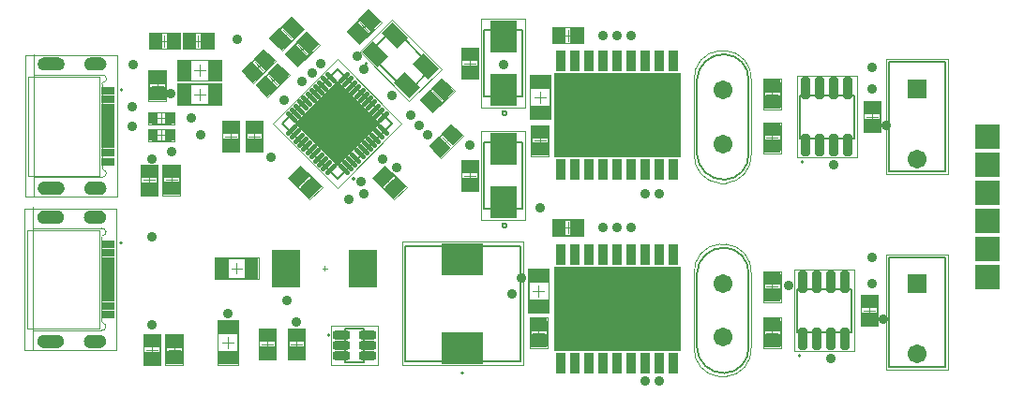
<source format=gts>
G04*
G04 #@! TF.GenerationSoftware,Altium Limited,Altium Designer,22.1.2 (22)*
G04*
G04 Layer_Color=8388736*
%FSLAX44Y44*%
%MOMM*%
G71*
G04*
G04 #@! TF.SameCoordinates,D73D9505-6E86-4879-9EB9-392C4F9F1875*
G04*
G04*
G04 #@! TF.FilePolarity,Negative*
G04*
G01*
G75*
%ADD10C,0.2000*%
%ADD11C,0.1270*%
%ADD13C,0.0000*%
%ADD14C,0.0500*%
%ADD16C,0.1000*%
%ADD37P,7.6413X4X180.0*%
G04:AMPARAMS|DCode=38|XSize=1.2132mm|YSize=0.4632mm|CornerRadius=0.1341mm|HoleSize=0mm|Usage=FLASHONLY|Rotation=135.000|XOffset=0mm|YOffset=0mm|HoleType=Round|Shape=RoundedRectangle|*
%AMROUNDEDRECTD38*
21,1,1.2132,0.1950,0,0,135.0*
21,1,0.9450,0.4632,0,0,135.0*
1,1,0.2682,-0.2652,0.4031*
1,1,0.2682,0.4031,-0.2652*
1,1,0.2682,0.2652,-0.4031*
1,1,0.2682,-0.4031,0.2652*
%
%ADD38ROUNDEDRECTD38*%
G04:AMPARAMS|DCode=39|XSize=0.4632mm|YSize=1.2132mm|CornerRadius=0.1341mm|HoleSize=0mm|Usage=FLASHONLY|Rotation=135.000|XOffset=0mm|YOffset=0mm|HoleType=Round|Shape=RoundedRectangle|*
%AMROUNDEDRECTD39*
21,1,0.4632,0.9450,0,0,135.0*
21,1,0.1950,1.2132,0,0,135.0*
1,1,0.2682,0.2652,0.4031*
1,1,0.2682,0.4031,0.2652*
1,1,0.2682,-0.2652,-0.4031*
1,1,0.2682,-0.4031,-0.2652*
%
%ADD39ROUNDEDRECTD39*%
G04:AMPARAMS|DCode=40|XSize=1.6032mm|YSize=1.3032mm|CornerRadius=0mm|HoleSize=0mm|Usage=FLASHONLY|Rotation=315.000|XOffset=0mm|YOffset=0mm|HoleType=Round|Shape=Rectangle|*
%AMROTATEDRECTD40*
4,1,4,-1.0276,0.1061,-0.1061,1.0276,1.0276,-0.1061,0.1061,-1.0276,-1.0276,0.1061,0.0*
%
%ADD40ROTATEDRECTD40*%

%ADD41R,1.3032X0.8032*%
%ADD42R,1.3032X0.5032*%
%ADD43R,1.2032X1.5032*%
%ADD44R,1.5032X1.2032*%
G04:AMPARAMS|DCode=45|XSize=1.9532mm|YSize=0.7932mm|CornerRadius=0.1754mm|HoleSize=0mm|Usage=FLASHONLY|Rotation=90.000|XOffset=0mm|YOffset=0mm|HoleType=Round|Shape=RoundedRectangle|*
%AMROUNDEDRECTD45*
21,1,1.9532,0.4425,0,0,90.0*
21,1,1.6025,0.7932,0,0,90.0*
1,1,0.3507,0.2213,0.8012*
1,1,0.3507,0.2213,-0.8012*
1,1,0.3507,-0.2213,-0.8012*
1,1,0.3507,-0.2213,0.8012*
%
%ADD45ROUNDEDRECTD45*%
%ADD46R,1.6032X1.3032*%
%ADD47R,1.9032X1.3032*%
%ADD48R,0.9652X1.9812*%
%ADD49R,2.4032X3.0032*%
G04:AMPARAMS|DCode=50|XSize=1.5032mm|YSize=1.2032mm|CornerRadius=0mm|HoleSize=0mm|Usage=FLASHONLY|Rotation=135.000|XOffset=0mm|YOffset=0mm|HoleType=Round|Shape=Rectangle|*
%AMROTATEDRECTD50*
4,1,4,0.9569,-0.1061,0.1061,-0.9569,-0.9569,0.1061,-0.1061,0.9569,0.9569,-0.1061,0.0*
%
%ADD50ROTATEDRECTD50*%

G04:AMPARAMS|DCode=51|XSize=1.6032mm|YSize=1.3032mm|CornerRadius=0mm|HoleSize=0mm|Usage=FLASHONLY|Rotation=225.000|XOffset=0mm|YOffset=0mm|HoleType=Round|Shape=Rectangle|*
%AMROTATEDRECTD51*
4,1,4,0.1061,1.0276,1.0276,0.1061,-0.1061,-1.0276,-1.0276,-0.1061,0.1061,1.0276,0.0*
%
%ADD51ROTATEDRECTD51*%

G04:AMPARAMS|DCode=52|XSize=1.4032mm|YSize=2.0032mm|CornerRadius=0mm|HoleSize=0mm|Usage=FLASHONLY|Rotation=45.000|XOffset=0mm|YOffset=0mm|HoleType=Round|Shape=Rectangle|*
%AMROTATEDRECTD52*
4,1,4,0.2121,-1.2044,-1.2044,0.2121,-0.2121,1.2044,1.2044,-0.2121,0.2121,-1.2044,0.0*
%
%ADD52ROTATEDRECTD52*%

%ADD53R,1.3032X1.9032*%
%ADD54R,0.9032X1.1032*%
%ADD55R,3.8032X2.8532*%
G04:AMPARAMS|DCode=56|XSize=1.5732mm|YSize=0.7932mm|CornerRadius=0.2491mm|HoleSize=0mm|Usage=FLASHONLY|Rotation=180.000|XOffset=0mm|YOffset=0mm|HoleType=Round|Shape=RoundedRectangle|*
%AMROUNDEDRECTD56*
21,1,1.5732,0.2950,0,0,180.0*
21,1,1.0750,0.7932,0,0,180.0*
1,1,0.4982,-0.5375,0.1475*
1,1,0.4982,0.5375,0.1475*
1,1,0.4982,0.5375,-0.1475*
1,1,0.4982,-0.5375,-0.1475*
%
%ADD56ROUNDEDRECTD56*%
%ADD57R,2.6032X3.5032*%
%ADD58C,1.7032*%
%ADD59R,1.7032X1.7032*%
%ADD60R,2.2032X2.2032*%
%ADD61C,0.9032*%
G36*
X344674Y1220752D02*
X344987Y1220727D01*
X345299Y1220686D01*
X345607Y1220629D01*
X345913Y1220555D01*
X346214Y1220466D01*
X346510Y1220361D01*
X346800Y1220241D01*
X347084Y1220106D01*
X347360Y1219956D01*
X347628Y1219792D01*
X347887Y1219614D01*
X348136Y1219423D01*
X348375Y1219219D01*
X348603Y1219003D01*
X348819Y1218775D01*
X349023Y1218536D01*
X349214Y1218287D01*
X349392Y1218028D01*
X349556Y1217760D01*
X349706Y1217484D01*
X349841Y1217200D01*
X349962Y1216910D01*
X350066Y1216614D01*
X350156Y1216313D01*
X350229Y1216007D01*
X350286Y1215699D01*
X350327Y1215387D01*
X350352Y1215074D01*
X350360Y1214760D01*
X350352Y1214446D01*
X350327Y1214133D01*
X350286Y1213821D01*
X350229Y1213512D01*
X350156Y1213207D01*
X350066Y1212906D01*
X349962Y1212610D01*
X349841Y1212320D01*
X349706Y1212036D01*
X349556Y1211760D01*
X349392Y1211492D01*
X349214Y1211233D01*
X349023Y1210984D01*
X348819Y1210745D01*
X348603Y1210517D01*
X348375Y1210301D01*
X348136Y1210097D01*
X347887Y1209906D01*
X347628Y1209728D01*
X347360Y1209564D01*
X347084Y1209414D01*
X346800Y1209279D01*
X346510Y1209158D01*
X346214Y1209054D01*
X345913Y1208964D01*
X345607Y1208891D01*
X345299Y1208834D01*
X344987Y1208793D01*
X344674Y1208768D01*
X344360Y1208760D01*
X336360D01*
X336046Y1208768D01*
X335733Y1208793D01*
X335421Y1208834D01*
X335112Y1208891D01*
X334807Y1208964D01*
X334506Y1209054D01*
X334210Y1209158D01*
X333920Y1209279D01*
X333636Y1209414D01*
X333360Y1209564D01*
X333092Y1209728D01*
X332833Y1209906D01*
X332584Y1210097D01*
X332345Y1210301D01*
X332117Y1210517D01*
X331901Y1210745D01*
X331697Y1210984D01*
X331506Y1211233D01*
X331328Y1211492D01*
X331164Y1211760D01*
X331014Y1212036D01*
X330879Y1212320D01*
X330759Y1212610D01*
X330654Y1212906D01*
X330564Y1213207D01*
X330491Y1213512D01*
X330434Y1213821D01*
X330393Y1214133D01*
X330368Y1214446D01*
X330360Y1214760D01*
X330368Y1215074D01*
X330393Y1215387D01*
X330434Y1215699D01*
X330491Y1216007D01*
X330564Y1216313D01*
X330654Y1216614D01*
X330759Y1216910D01*
X330879Y1217200D01*
X331014Y1217484D01*
X331164Y1217760D01*
X331328Y1218028D01*
X331506Y1218287D01*
X331697Y1218536D01*
X331901Y1218775D01*
X332117Y1219003D01*
X332345Y1219219D01*
X332584Y1219423D01*
X332833Y1219614D01*
X333092Y1219792D01*
X333360Y1219956D01*
X333636Y1220106D01*
X333920Y1220241D01*
X334210Y1220361D01*
X334506Y1220466D01*
X334807Y1220555D01*
X335112Y1220629D01*
X335421Y1220686D01*
X335733Y1220727D01*
X336046Y1220752D01*
X336360Y1220760D01*
X344360D01*
X344674Y1220752D01*
D02*
G37*
G36*
X306674D02*
X306987Y1220727D01*
X307299Y1220686D01*
X307607Y1220629D01*
X307913Y1220555D01*
X308214Y1220466D01*
X308510Y1220361D01*
X308800Y1220241D01*
X309084Y1220106D01*
X309360Y1219956D01*
X309628Y1219792D01*
X309887Y1219614D01*
X310136Y1219423D01*
X310375Y1219219D01*
X310603Y1219003D01*
X310819Y1218775D01*
X311023Y1218536D01*
X311214Y1218287D01*
X311392Y1218028D01*
X311556Y1217760D01*
X311706Y1217484D01*
X311841Y1217200D01*
X311961Y1216910D01*
X312066Y1216614D01*
X312156Y1216313D01*
X312229Y1216007D01*
X312286Y1215699D01*
X312327Y1215387D01*
X312352Y1215074D01*
X312360Y1214760D01*
X312352Y1214446D01*
X312327Y1214133D01*
X312286Y1213821D01*
X312229Y1213512D01*
X312156Y1213207D01*
X312066Y1212906D01*
X311961Y1212610D01*
X311841Y1212320D01*
X311706Y1212036D01*
X311556Y1211760D01*
X311392Y1211492D01*
X311214Y1211233D01*
X311023Y1210984D01*
X310819Y1210745D01*
X310603Y1210517D01*
X310375Y1210301D01*
X310136Y1210097D01*
X309887Y1209906D01*
X309628Y1209728D01*
X309360Y1209564D01*
X309084Y1209414D01*
X308800Y1209279D01*
X308510Y1209158D01*
X308214Y1209054D01*
X307913Y1208964D01*
X307607Y1208891D01*
X307299Y1208834D01*
X306987Y1208793D01*
X306674Y1208768D01*
X306360Y1208760D01*
X294360D01*
X294046Y1208768D01*
X293733Y1208793D01*
X293421Y1208834D01*
X293113Y1208891D01*
X292807Y1208964D01*
X292506Y1209054D01*
X292210Y1209158D01*
X291920Y1209279D01*
X291636Y1209414D01*
X291360Y1209564D01*
X291092Y1209728D01*
X290833Y1209906D01*
X290584Y1210097D01*
X290345Y1210301D01*
X290117Y1210517D01*
X289901Y1210745D01*
X289697Y1210984D01*
X289506Y1211233D01*
X289328Y1211492D01*
X289164Y1211760D01*
X289014Y1212036D01*
X288879Y1212320D01*
X288759Y1212610D01*
X288654Y1212906D01*
X288564Y1213207D01*
X288491Y1213512D01*
X288434Y1213821D01*
X288393Y1214133D01*
X288368Y1214446D01*
X288360Y1214760D01*
X288368Y1215074D01*
X288393Y1215387D01*
X288434Y1215699D01*
X288491Y1216007D01*
X288564Y1216313D01*
X288654Y1216614D01*
X288759Y1216910D01*
X288879Y1217200D01*
X289014Y1217484D01*
X289164Y1217760D01*
X289328Y1218028D01*
X289506Y1218287D01*
X289697Y1218536D01*
X289901Y1218775D01*
X290117Y1219003D01*
X290345Y1219219D01*
X290584Y1219423D01*
X290833Y1219614D01*
X291092Y1219792D01*
X291360Y1219956D01*
X291636Y1220106D01*
X291920Y1220241D01*
X292210Y1220361D01*
X292506Y1220466D01*
X292807Y1220555D01*
X293113Y1220629D01*
X293421Y1220686D01*
X293733Y1220727D01*
X294046Y1220752D01*
X294360Y1220760D01*
X306360D01*
X306674Y1220752D01*
D02*
G37*
G36*
X868680Y1130270D02*
X754336D01*
Y1206500D01*
X868680D01*
Y1130270D01*
D02*
G37*
G36*
X344674Y1108352D02*
X344987Y1108327D01*
X345299Y1108286D01*
X345607Y1108229D01*
X345913Y1108156D01*
X346214Y1108066D01*
X346510Y1107962D01*
X346800Y1107841D01*
X347084Y1107706D01*
X347360Y1107556D01*
X347628Y1107392D01*
X347887Y1107214D01*
X348136Y1107023D01*
X348375Y1106819D01*
X348603Y1106603D01*
X348819Y1106375D01*
X349023Y1106136D01*
X349214Y1105887D01*
X349392Y1105628D01*
X349556Y1105360D01*
X349706Y1105084D01*
X349841Y1104800D01*
X349962Y1104510D01*
X350066Y1104214D01*
X350156Y1103913D01*
X350229Y1103607D01*
X350286Y1103299D01*
X350327Y1102987D01*
X350352Y1102674D01*
X350360Y1102360D01*
X350352Y1102046D01*
X350327Y1101733D01*
X350286Y1101421D01*
X350229Y1101113D01*
X350156Y1100807D01*
X350066Y1100506D01*
X349962Y1100210D01*
X349841Y1099920D01*
X349706Y1099636D01*
X349556Y1099360D01*
X349392Y1099092D01*
X349214Y1098833D01*
X349023Y1098584D01*
X348819Y1098345D01*
X348603Y1098117D01*
X348375Y1097901D01*
X348136Y1097697D01*
X347887Y1097506D01*
X347628Y1097328D01*
X347360Y1097164D01*
X347084Y1097014D01*
X346800Y1096879D01*
X346510Y1096758D01*
X346214Y1096654D01*
X345913Y1096564D01*
X345607Y1096491D01*
X345299Y1096434D01*
X344987Y1096393D01*
X344674Y1096368D01*
X344360Y1096360D01*
X336360D01*
X336046Y1096368D01*
X335733Y1096393D01*
X335421Y1096434D01*
X335112Y1096491D01*
X334807Y1096564D01*
X334506Y1096654D01*
X334210Y1096758D01*
X333920Y1096879D01*
X333636Y1097014D01*
X333360Y1097164D01*
X333092Y1097328D01*
X332833Y1097506D01*
X332584Y1097697D01*
X332345Y1097901D01*
X332117Y1098117D01*
X331901Y1098345D01*
X331697Y1098584D01*
X331506Y1098833D01*
X331328Y1099092D01*
X331164Y1099360D01*
X331014Y1099636D01*
X330879Y1099920D01*
X330759Y1100210D01*
X330654Y1100506D01*
X330564Y1100807D01*
X330491Y1101113D01*
X330434Y1101421D01*
X330393Y1101733D01*
X330368Y1102046D01*
X330360Y1102360D01*
X330368Y1102674D01*
X330393Y1102987D01*
X330434Y1103299D01*
X330491Y1103607D01*
X330564Y1103913D01*
X330654Y1104214D01*
X330759Y1104510D01*
X330879Y1104800D01*
X331014Y1105084D01*
X331164Y1105360D01*
X331328Y1105628D01*
X331506Y1105887D01*
X331697Y1106136D01*
X331901Y1106375D01*
X332117Y1106603D01*
X332345Y1106819D01*
X332584Y1107023D01*
X332833Y1107214D01*
X333092Y1107392D01*
X333360Y1107556D01*
X333636Y1107706D01*
X333920Y1107841D01*
X334210Y1107962D01*
X334506Y1108066D01*
X334807Y1108156D01*
X335112Y1108229D01*
X335421Y1108286D01*
X335733Y1108327D01*
X336046Y1108352D01*
X336360Y1108360D01*
X344360D01*
X344674Y1108352D01*
D02*
G37*
G36*
X306674D02*
X306987Y1108327D01*
X307299Y1108286D01*
X307607Y1108229D01*
X307913Y1108156D01*
X308214Y1108066D01*
X308510Y1107962D01*
X308800Y1107841D01*
X309084Y1107706D01*
X309360Y1107556D01*
X309628Y1107392D01*
X309887Y1107214D01*
X310136Y1107023D01*
X310375Y1106819D01*
X310603Y1106603D01*
X310819Y1106375D01*
X311023Y1106136D01*
X311214Y1105887D01*
X311392Y1105628D01*
X311556Y1105360D01*
X311706Y1105084D01*
X311841Y1104800D01*
X311961Y1104510D01*
X312066Y1104214D01*
X312156Y1103913D01*
X312229Y1103607D01*
X312286Y1103299D01*
X312327Y1102987D01*
X312352Y1102674D01*
X312360Y1102360D01*
X312352Y1102046D01*
X312327Y1101733D01*
X312286Y1101421D01*
X312229Y1101113D01*
X312156Y1100807D01*
X312066Y1100506D01*
X311961Y1100210D01*
X311841Y1099920D01*
X311706Y1099636D01*
X311556Y1099360D01*
X311392Y1099092D01*
X311214Y1098833D01*
X311023Y1098584D01*
X310819Y1098345D01*
X310603Y1098117D01*
X310375Y1097901D01*
X310136Y1097697D01*
X309887Y1097506D01*
X309628Y1097328D01*
X309360Y1097164D01*
X309084Y1097014D01*
X308800Y1096879D01*
X308510Y1096758D01*
X308214Y1096654D01*
X307913Y1096564D01*
X307607Y1096491D01*
X307299Y1096434D01*
X306987Y1096393D01*
X306674Y1096368D01*
X306360Y1096360D01*
X294360D01*
X294046Y1096368D01*
X293733Y1096393D01*
X293421Y1096434D01*
X293113Y1096491D01*
X292807Y1096564D01*
X292506Y1096654D01*
X292210Y1096758D01*
X291920Y1096879D01*
X291636Y1097014D01*
X291360Y1097164D01*
X291092Y1097328D01*
X290833Y1097506D01*
X290584Y1097697D01*
X290345Y1097901D01*
X290117Y1098117D01*
X289901Y1098345D01*
X289697Y1098584D01*
X289506Y1098833D01*
X289328Y1099092D01*
X289164Y1099360D01*
X289014Y1099636D01*
X288879Y1099920D01*
X288759Y1100210D01*
X288654Y1100506D01*
X288564Y1100807D01*
X288491Y1101113D01*
X288434Y1101421D01*
X288393Y1101733D01*
X288368Y1102046D01*
X288360Y1102360D01*
X288368Y1102674D01*
X288393Y1102987D01*
X288434Y1103299D01*
X288491Y1103607D01*
X288564Y1103913D01*
X288654Y1104214D01*
X288759Y1104510D01*
X288879Y1104800D01*
X289014Y1105084D01*
X289164Y1105360D01*
X289328Y1105628D01*
X289506Y1105887D01*
X289697Y1106136D01*
X289901Y1106375D01*
X290117Y1106603D01*
X290345Y1106819D01*
X290584Y1107023D01*
X290833Y1107214D01*
X291092Y1107392D01*
X291360Y1107556D01*
X291636Y1107706D01*
X291920Y1107841D01*
X292210Y1107962D01*
X292506Y1108066D01*
X292807Y1108156D01*
X293113Y1108229D01*
X293421Y1108286D01*
X293733Y1108327D01*
X294046Y1108352D01*
X294360Y1108360D01*
X306360D01*
X306674Y1108352D01*
D02*
G37*
G36*
X344314Y1082192D02*
X344627Y1082167D01*
X344939Y1082126D01*
X345247Y1082069D01*
X345553Y1081996D01*
X345854Y1081906D01*
X346150Y1081802D01*
X346440Y1081681D01*
X346724Y1081546D01*
X347000Y1081396D01*
X347268Y1081232D01*
X347527Y1081054D01*
X347776Y1080863D01*
X348015Y1080659D01*
X348243Y1080443D01*
X348459Y1080215D01*
X348663Y1079976D01*
X348854Y1079727D01*
X349032Y1079468D01*
X349196Y1079200D01*
X349346Y1078924D01*
X349481Y1078640D01*
X349602Y1078350D01*
X349706Y1078054D01*
X349796Y1077753D01*
X349869Y1077448D01*
X349926Y1077139D01*
X349967Y1076827D01*
X349992Y1076514D01*
X350000Y1076200D01*
X349992Y1075886D01*
X349967Y1075573D01*
X349926Y1075261D01*
X349869Y1074952D01*
X349796Y1074647D01*
X349706Y1074346D01*
X349602Y1074050D01*
X349481Y1073760D01*
X349346Y1073476D01*
X349196Y1073200D01*
X349032Y1072932D01*
X348854Y1072673D01*
X348663Y1072424D01*
X348459Y1072185D01*
X348243Y1071957D01*
X348015Y1071741D01*
X347776Y1071537D01*
X347527Y1071346D01*
X347268Y1071168D01*
X347000Y1071004D01*
X346724Y1070854D01*
X346440Y1070719D01*
X346150Y1070599D01*
X345854Y1070494D01*
X345553Y1070404D01*
X345247Y1070331D01*
X344939Y1070274D01*
X344627Y1070233D01*
X344314Y1070208D01*
X344000Y1070200D01*
X336000D01*
X335686Y1070208D01*
X335373Y1070233D01*
X335061Y1070274D01*
X334753Y1070331D01*
X334447Y1070404D01*
X334146Y1070494D01*
X333850Y1070599D01*
X333560Y1070719D01*
X333276Y1070854D01*
X333000Y1071004D01*
X332732Y1071168D01*
X332473Y1071346D01*
X332224Y1071537D01*
X331985Y1071741D01*
X331757Y1071957D01*
X331541Y1072185D01*
X331337Y1072424D01*
X331146Y1072673D01*
X330968Y1072932D01*
X330804Y1073200D01*
X330654Y1073476D01*
X330519Y1073760D01*
X330398Y1074050D01*
X330294Y1074346D01*
X330204Y1074647D01*
X330131Y1074952D01*
X330074Y1075261D01*
X330033Y1075573D01*
X330008Y1075886D01*
X330000Y1076200D01*
X330008Y1076514D01*
X330033Y1076827D01*
X330074Y1077139D01*
X330131Y1077448D01*
X330204Y1077753D01*
X330294Y1078054D01*
X330398Y1078350D01*
X330519Y1078640D01*
X330654Y1078924D01*
X330804Y1079200D01*
X330968Y1079468D01*
X331146Y1079727D01*
X331337Y1079976D01*
X331541Y1080215D01*
X331757Y1080443D01*
X331985Y1080659D01*
X332224Y1080863D01*
X332473Y1081054D01*
X332732Y1081232D01*
X333000Y1081396D01*
X333276Y1081546D01*
X333560Y1081681D01*
X333850Y1081802D01*
X334146Y1081906D01*
X334447Y1081996D01*
X334753Y1082069D01*
X335061Y1082126D01*
X335373Y1082167D01*
X335686Y1082192D01*
X336000Y1082200D01*
X344000D01*
X344314Y1082192D01*
D02*
G37*
G36*
X306314D02*
X306627Y1082167D01*
X306939Y1082126D01*
X307248Y1082069D01*
X307553Y1081996D01*
X307854Y1081906D01*
X308150Y1081802D01*
X308440Y1081681D01*
X308724Y1081546D01*
X309000Y1081396D01*
X309268Y1081232D01*
X309527Y1081054D01*
X309776Y1080863D01*
X310015Y1080659D01*
X310243Y1080443D01*
X310459Y1080215D01*
X310663Y1079976D01*
X310854Y1079727D01*
X311032Y1079468D01*
X311196Y1079200D01*
X311346Y1078924D01*
X311481Y1078640D01*
X311602Y1078350D01*
X311706Y1078054D01*
X311796Y1077753D01*
X311869Y1077448D01*
X311926Y1077139D01*
X311967Y1076827D01*
X311992Y1076514D01*
X312000Y1076200D01*
X311992Y1075886D01*
X311967Y1075573D01*
X311926Y1075261D01*
X311869Y1074952D01*
X311796Y1074647D01*
X311706Y1074346D01*
X311602Y1074050D01*
X311481Y1073760D01*
X311346Y1073476D01*
X311196Y1073200D01*
X311032Y1072932D01*
X310854Y1072673D01*
X310663Y1072424D01*
X310459Y1072185D01*
X310243Y1071957D01*
X310015Y1071741D01*
X309776Y1071537D01*
X309527Y1071346D01*
X309268Y1071168D01*
X309000Y1071004D01*
X308724Y1070854D01*
X308440Y1070719D01*
X308150Y1070599D01*
X307854Y1070494D01*
X307553Y1070404D01*
X307248Y1070331D01*
X306939Y1070274D01*
X306627Y1070233D01*
X306314Y1070208D01*
X306000Y1070200D01*
X294000D01*
X293686Y1070208D01*
X293373Y1070233D01*
X293061Y1070274D01*
X292753Y1070331D01*
X292447Y1070404D01*
X292146Y1070494D01*
X291850Y1070599D01*
X291560Y1070719D01*
X291276Y1070854D01*
X291000Y1071004D01*
X290732Y1071168D01*
X290473Y1071346D01*
X290224Y1071537D01*
X289985Y1071741D01*
X289757Y1071957D01*
X289541Y1072185D01*
X289337Y1072424D01*
X289146Y1072673D01*
X288968Y1072932D01*
X288804Y1073200D01*
X288654Y1073476D01*
X288519Y1073760D01*
X288398Y1074050D01*
X288294Y1074346D01*
X288204Y1074647D01*
X288131Y1074952D01*
X288074Y1075261D01*
X288033Y1075573D01*
X288008Y1075886D01*
X288000Y1076200D01*
X288008Y1076514D01*
X288033Y1076827D01*
X288074Y1077139D01*
X288131Y1077448D01*
X288204Y1077753D01*
X288294Y1078054D01*
X288398Y1078350D01*
X288519Y1078640D01*
X288654Y1078924D01*
X288804Y1079200D01*
X288968Y1079468D01*
X289146Y1079727D01*
X289337Y1079976D01*
X289541Y1080215D01*
X289757Y1080443D01*
X289985Y1080659D01*
X290224Y1080863D01*
X290473Y1081054D01*
X290732Y1081232D01*
X291000Y1081396D01*
X291276Y1081546D01*
X291560Y1081681D01*
X291850Y1081802D01*
X292146Y1081906D01*
X292447Y1081996D01*
X292753Y1082069D01*
X293061Y1082126D01*
X293373Y1082167D01*
X293686Y1082192D01*
X294000Y1082200D01*
X306000D01*
X306314Y1082192D01*
D02*
G37*
G36*
X344314Y969792D02*
X344627Y969767D01*
X344939Y969726D01*
X345247Y969669D01*
X345553Y969595D01*
X345854Y969506D01*
X346150Y969401D01*
X346440Y969281D01*
X346724Y969146D01*
X347000Y968996D01*
X347268Y968832D01*
X347527Y968654D01*
X347776Y968463D01*
X348015Y968259D01*
X348243Y968043D01*
X348459Y967815D01*
X348663Y967576D01*
X348854Y967327D01*
X349032Y967068D01*
X349196Y966800D01*
X349346Y966524D01*
X349481Y966240D01*
X349602Y965950D01*
X349706Y965654D01*
X349796Y965353D01*
X349869Y965048D01*
X349926Y964739D01*
X349967Y964427D01*
X349992Y964114D01*
X350000Y963800D01*
X349992Y963486D01*
X349967Y963173D01*
X349926Y962861D01*
X349869Y962552D01*
X349796Y962247D01*
X349706Y961946D01*
X349602Y961650D01*
X349481Y961360D01*
X349346Y961076D01*
X349196Y960800D01*
X349032Y960532D01*
X348854Y960273D01*
X348663Y960024D01*
X348459Y959785D01*
X348243Y959557D01*
X348015Y959341D01*
X347776Y959137D01*
X347527Y958946D01*
X347268Y958768D01*
X347000Y958604D01*
X346724Y958454D01*
X346440Y958319D01*
X346150Y958198D01*
X345854Y958094D01*
X345553Y958004D01*
X345247Y957931D01*
X344939Y957874D01*
X344627Y957833D01*
X344314Y957808D01*
X344000Y957800D01*
X336000D01*
X335686Y957808D01*
X335373Y957833D01*
X335061Y957874D01*
X334753Y957931D01*
X334447Y958004D01*
X334146Y958094D01*
X333850Y958198D01*
X333560Y958319D01*
X333276Y958454D01*
X333000Y958604D01*
X332732Y958768D01*
X332473Y958946D01*
X332224Y959137D01*
X331985Y959341D01*
X331757Y959557D01*
X331541Y959785D01*
X331337Y960024D01*
X331146Y960273D01*
X330968Y960532D01*
X330804Y960800D01*
X330654Y961076D01*
X330519Y961360D01*
X330398Y961650D01*
X330294Y961946D01*
X330204Y962247D01*
X330131Y962552D01*
X330074Y962861D01*
X330033Y963173D01*
X330008Y963486D01*
X330000Y963800D01*
X330008Y964114D01*
X330033Y964427D01*
X330074Y964739D01*
X330131Y965048D01*
X330204Y965353D01*
X330294Y965654D01*
X330398Y965950D01*
X330519Y966240D01*
X330654Y966524D01*
X330804Y966800D01*
X330968Y967068D01*
X331146Y967327D01*
X331337Y967576D01*
X331541Y967815D01*
X331757Y968043D01*
X331985Y968259D01*
X332224Y968463D01*
X332473Y968654D01*
X332732Y968832D01*
X333000Y968996D01*
X333276Y969146D01*
X333560Y969281D01*
X333850Y969401D01*
X334146Y969506D01*
X334447Y969595D01*
X334753Y969669D01*
X335061Y969726D01*
X335373Y969767D01*
X335686Y969792D01*
X336000Y969800D01*
X344000D01*
X344314Y969792D01*
D02*
G37*
G36*
X306314D02*
X306627Y969767D01*
X306939Y969726D01*
X307248Y969669D01*
X307553Y969595D01*
X307854Y969506D01*
X308150Y969401D01*
X308440Y969281D01*
X308724Y969146D01*
X309000Y968996D01*
X309268Y968832D01*
X309527Y968654D01*
X309776Y968463D01*
X310015Y968259D01*
X310243Y968043D01*
X310459Y967815D01*
X310663Y967576D01*
X310854Y967327D01*
X311032Y967068D01*
X311196Y966800D01*
X311346Y966524D01*
X311481Y966240D01*
X311602Y965950D01*
X311706Y965654D01*
X311796Y965353D01*
X311869Y965048D01*
X311926Y964739D01*
X311967Y964427D01*
X311992Y964114D01*
X312000Y963800D01*
X311992Y963486D01*
X311967Y963173D01*
X311926Y962861D01*
X311869Y962552D01*
X311796Y962247D01*
X311706Y961946D01*
X311602Y961650D01*
X311481Y961360D01*
X311346Y961076D01*
X311196Y960800D01*
X311032Y960532D01*
X310854Y960273D01*
X310663Y960024D01*
X310459Y959785D01*
X310243Y959557D01*
X310015Y959341D01*
X309776Y959137D01*
X309527Y958946D01*
X309268Y958768D01*
X309000Y958604D01*
X308724Y958454D01*
X308440Y958319D01*
X308150Y958198D01*
X307854Y958094D01*
X307553Y958004D01*
X307248Y957931D01*
X306939Y957874D01*
X306627Y957833D01*
X306314Y957808D01*
X306000Y957800D01*
X294000D01*
X293686Y957808D01*
X293373Y957833D01*
X293061Y957874D01*
X292753Y957931D01*
X292447Y958004D01*
X292146Y958094D01*
X291850Y958198D01*
X291560Y958319D01*
X291276Y958454D01*
X291000Y958604D01*
X290732Y958768D01*
X290473Y958946D01*
X290224Y959137D01*
X289985Y959341D01*
X289757Y959557D01*
X289541Y959785D01*
X289337Y960024D01*
X289146Y960273D01*
X288968Y960532D01*
X288804Y960800D01*
X288654Y961076D01*
X288519Y961360D01*
X288398Y961650D01*
X288294Y961946D01*
X288204Y962247D01*
X288131Y962552D01*
X288074Y962861D01*
X288033Y963173D01*
X288008Y963486D01*
X288000Y963800D01*
X288008Y964114D01*
X288033Y964427D01*
X288074Y964739D01*
X288131Y965048D01*
X288204Y965353D01*
X288294Y965654D01*
X288398Y965950D01*
X288519Y966240D01*
X288654Y966524D01*
X288804Y966800D01*
X288968Y967068D01*
X289146Y967327D01*
X289337Y967576D01*
X289541Y967815D01*
X289757Y968043D01*
X289985Y968259D01*
X290224Y968463D01*
X290473Y968654D01*
X290732Y968832D01*
X291000Y968996D01*
X291276Y969146D01*
X291560Y969281D01*
X291850Y969401D01*
X292146Y969506D01*
X292447Y969595D01*
X292753Y969669D01*
X293061Y969726D01*
X293373Y969767D01*
X293686Y969792D01*
X294000Y969800D01*
X306000D01*
X306314Y969792D01*
D02*
G37*
G36*
X868680Y955010D02*
X754336D01*
Y1031240D01*
X868680D01*
Y955010D01*
D02*
G37*
D10*
X574437Y1110788D02*
G03*
X574437Y1110788I-1000J0D01*
G01*
X364500Y1052700D02*
G03*
X364500Y1052700I-1000J0D01*
G01*
X364860Y1191260D02*
G03*
X364860Y1191260I-1000J0D01*
G01*
X977220Y950870D02*
G03*
X977220Y950870I-1000J0D01*
G01*
X711660Y1068790D02*
G03*
X711660Y1068790I-2000J0D01*
G01*
X585837Y1215102D02*
G03*
X585837Y1215102I-1000J0D01*
G01*
X711660Y1170390D02*
G03*
X711660Y1170390I-2000J0D01*
G01*
X979760Y1126130D02*
G03*
X979760Y1126130I-1000J0D01*
G01*
X672830Y935220D02*
G03*
X672830Y935220I-1000J0D01*
G01*
X551990Y969620D02*
G03*
X551990Y969620I-1000J0D01*
G01*
D11*
X908473Y1048622D02*
G03*
X883478Y1025313I-843J-24152D01*
G01*
Y958427D02*
G03*
X908473Y935118I24152J843D01*
G01*
X908462Y935118D02*
G03*
X930082Y958302I-782J22402D01*
G01*
Y1025438D02*
G03*
X908462Y1048622I-22402J782D01*
G01*
X908473Y1223612D02*
G03*
X883478Y1200303I-843J-24152D01*
G01*
Y1133417D02*
G03*
X908473Y1110108I24152J843D01*
G01*
X908462Y1110108D02*
G03*
X930082Y1133292I-782J22402D01*
G01*
Y1200428D02*
G03*
X908462Y1223612I-22402J782D01*
G01*
X558800Y1111283D02*
X608298Y1160780D01*
X509302D02*
X558800Y1210277D01*
X509302Y1160780D02*
X558800Y1111283D01*
Y1210277D02*
X608298Y1160780D01*
X883480Y958370D02*
Y1025370D01*
X930080Y958370D02*
Y1025370D01*
X1107440Y941100D02*
Y1040100D01*
X1056640D02*
X1107440D01*
X1056640Y941100D02*
Y1040100D01*
Y941100D02*
X1107440D01*
X973720Y1011370D02*
X1022720D01*
X973720Y972370D02*
X1022720D01*
Y1011370D01*
X973720Y972370D02*
Y1011370D01*
X691160Y1143790D02*
X726160D01*
X691160Y1083790D02*
X726160D01*
X691160D02*
Y1143790D01*
X726160Y1083790D02*
Y1143790D01*
X586959Y1224294D02*
X609586Y1246921D01*
X586959Y1224294D02*
X622314Y1188939D01*
X644941Y1211566D01*
X609586Y1246921D02*
X644941Y1211566D01*
X691160Y1245390D02*
X726160D01*
X691160Y1185390D02*
X726160D01*
X691160D02*
Y1245390D01*
X726160Y1185390D02*
Y1245390D01*
X883480Y1133360D02*
Y1200360D01*
X930080Y1133360D02*
Y1200360D01*
X976260Y1186630D02*
X1025260D01*
X976260Y1147630D02*
X1025260D01*
Y1186630D01*
X976260Y1147630D02*
Y1186630D01*
X1107440Y1117630D02*
Y1216630D01*
X1056640D02*
X1107440D01*
X1056640Y1117630D02*
Y1216630D01*
Y1117630D02*
X1107440D01*
X619830Y946220D02*
X723830D01*
Y1050220D01*
X619830D02*
X723830D01*
X619830Y946220D02*
Y1050220D01*
X565540Y945120D02*
X582540D01*
X565540Y975120D02*
X582540D01*
Y945120D02*
Y975120D01*
X565540Y945120D02*
Y975120D01*
D13*
X349999Y1062956D02*
G03*
X345994Y1066199I-3624J-381D01*
G01*
X347187Y1059699D02*
G03*
X350001Y1062937I-212J3026D01*
G01*
X347208Y1059701D02*
G03*
X345999Y1058208I142J-1351D01*
G01*
Y981792D02*
G03*
X347208Y980299I1351J-142D01*
G01*
X350001Y977063D02*
G03*
X347187Y980301I-3026J212D01*
G01*
X345994Y973801D02*
G03*
X349999Y977044I381J3624D01*
G01*
X350359Y1201516D02*
G03*
X346354Y1204759I-3624J-381D01*
G01*
X347547Y1198259D02*
G03*
X350361Y1201497I-212J3026D01*
G01*
X347568Y1198261D02*
G03*
X346359Y1196768I142J-1351D01*
G01*
Y1120352D02*
G03*
X347568Y1118859I1351J-142D01*
G01*
X350361Y1115623D02*
G03*
X347547Y1118861I-3026J212D01*
G01*
X346354Y1112361D02*
G03*
X350359Y1115604I381J3624D01*
G01*
X284000Y1066200D02*
Y1085200D01*
Y1066200D02*
X346000D01*
Y981800D02*
Y1058200D01*
X284000Y973800D02*
X346000D01*
X284000Y956400D02*
Y973800D01*
X284360Y1204760D02*
Y1223760D01*
Y1204760D02*
X346360D01*
Y1120360D02*
Y1196760D01*
X284360Y1112360D02*
X346360D01*
X284360Y1094960D02*
Y1112360D01*
D14*
X904139Y1051861D02*
G03*
X880989Y1025229I1741J-24891D01*
G01*
Y958511D02*
G03*
X904139Y931879I24891J-1741D01*
G01*
X909420D02*
G03*
X932571Y958511I-1741J24891D01*
G01*
Y1025229D02*
G03*
X909420Y1051861I-24891J1741D01*
G01*
X904139Y1226851D02*
G03*
X880989Y1200219I1741J-24891D01*
G01*
Y1133501D02*
G03*
X904139Y1106869I24891J-1741D01*
G01*
X909420D02*
G03*
X932571Y1133501I-1741J24891D01*
G01*
Y1200219D02*
G03*
X909420Y1226851I-24891J1741D01*
G01*
X500605Y1160780D02*
X558800Y1218975D01*
Y1102585D02*
X616995Y1160780D01*
X500605D02*
X558800Y1102585D01*
Y1218975D02*
X616995Y1160780D01*
X276500Y1083700D02*
X359500D01*
X276500Y956300D02*
Y1083700D01*
X359500Y956300D02*
Y1083700D01*
X276500Y956300D02*
X359500D01*
X276860Y1222260D02*
X359860D01*
X276860Y1094860D02*
Y1222260D01*
X359860Y1094860D02*
Y1222260D01*
X276860Y1094860D02*
X359860D01*
X880980Y958370D02*
Y1025370D01*
X904280Y931870D02*
X909280D01*
X932580Y958370D02*
Y1025370D01*
X904280Y1051870D02*
X909280D01*
X1109940Y938600D02*
Y1042600D01*
X1054140D02*
X1109940D01*
X1054140Y938600D02*
Y1042600D01*
Y938600D02*
X1109940D01*
X971220Y1028970D02*
X1025220D01*
X971220Y954770D02*
X1025220D01*
Y1028970D01*
X971220Y954770D02*
Y1028970D01*
X688660Y1073290D02*
Y1154290D01*
X728660D01*
Y1073290D02*
Y1154290D01*
X688660Y1073290D02*
X728660D01*
X579180Y1225708D02*
X608172Y1254699D01*
X579180Y1225708D02*
X623728Y1181161D01*
X652719Y1210152D01*
X608172Y1254699D02*
X652719Y1210152D01*
X688660Y1174890D02*
Y1255890D01*
X728660D01*
Y1174890D02*
Y1255890D01*
X688660Y1174890D02*
X728660D01*
X880980Y1133360D02*
Y1200360D01*
X904280Y1106860D02*
X909280D01*
X932580Y1133360D02*
Y1200360D01*
X904280Y1226860D02*
X909280D01*
X973760Y1204230D02*
X1027760D01*
X973760Y1130030D02*
X1027760D01*
Y1204230D01*
X973760Y1130030D02*
Y1204230D01*
X1109940Y1115130D02*
Y1219130D01*
X1054140D02*
X1109940D01*
X1054140Y1115130D02*
Y1219130D01*
Y1115130D02*
X1109940D01*
X617330Y942220D02*
X726330D01*
Y1054220D01*
X617330D02*
X726330D01*
X617330Y942220D02*
Y1054220D01*
X552990Y942620D02*
X595090D01*
Y977620D01*
X552990D02*
X595090D01*
X552990Y942620D02*
Y977620D01*
D16*
X545370Y1029970D02*
X549370D01*
X547370Y1027970D02*
Y1031970D01*
X515732Y1254965D02*
X525985Y1244712D01*
X500175Y1239408D02*
X510428Y1229155D01*
X525985Y1244712D01*
X500175Y1239408D02*
X515732Y1254965D01*
X279000Y1064700D02*
X344000D01*
X279000Y975300D02*
X344000D01*
Y1064700D01*
X279000Y975300D02*
Y1064700D01*
X284000Y960000D02*
Y1080000D01*
X279360Y1203260D02*
X344360D01*
X279360Y1113860D02*
X344360D01*
Y1203260D01*
X279360Y1113860D02*
Y1203260D01*
X284360Y1098560D02*
Y1218560D01*
X756330Y1059800D02*
X777830D01*
X756330Y1073800D02*
X777830D01*
Y1059800D02*
Y1073800D01*
X756330Y1059800D02*
Y1073800D01*
X1031860Y981120D02*
Y1002620D01*
X1045860Y981120D02*
Y1002620D01*
X1031860Y981120D02*
X1045860D01*
X1031860Y1002620D02*
X1045860D01*
X958480Y1002460D02*
Y1024460D01*
X943980Y1002460D02*
Y1024460D01*
X958480D01*
X943980Y1002460D02*
X958480D01*
X943980Y960550D02*
Y982550D01*
X958480Y960550D02*
Y982550D01*
X943980Y960550D02*
X958480D01*
X943980Y982550D02*
X958480D01*
X733160Y960550D02*
Y982550D01*
X747660Y960550D02*
Y982550D01*
X733160Y960550D02*
X747660D01*
X733160Y982550D02*
X747660D01*
X731410Y992650D02*
Y1026650D01*
X749410Y992650D02*
Y1026650D01*
X731410Y992650D02*
X749410D01*
X731410Y1026650D02*
X749410D01*
X732680Y1167910D02*
Y1201910D01*
X750680Y1167910D02*
Y1201910D01*
X732680Y1167910D02*
X750680D01*
X732680Y1201910D02*
X750680D01*
X734430Y1134540D02*
Y1156540D01*
X748930Y1134540D02*
Y1156540D01*
X734430Y1134540D02*
X748930D01*
X734430Y1156540D02*
X748930D01*
X671180Y1103040D02*
Y1124540D01*
X685180Y1103040D02*
Y1124540D01*
X671180Y1103040D02*
X685180D01*
X671180Y1124540D02*
X685180D01*
X497728Y1187599D02*
X512931Y1202802D01*
X487829Y1197498D02*
X503032Y1212701D01*
X512931Y1202802D01*
X487829Y1197498D02*
X497728Y1187599D01*
X485028Y1200299D02*
X500231Y1215502D01*
X475129Y1210198D02*
X490332Y1225401D01*
X500231Y1215502D01*
X475129Y1210198D02*
X485028Y1200299D01*
X514145Y1225438D02*
X529702Y1240995D01*
X524398Y1215185D02*
X539955Y1230742D01*
X514145Y1225438D02*
X524398Y1215185D01*
X529702Y1240995D02*
X539955Y1230742D01*
X526938Y1120345D02*
X542495Y1104788D01*
X516685Y1110092D02*
X532242Y1094535D01*
X516685Y1110092D02*
X526938Y1120345D01*
X532242Y1094535D02*
X542495Y1104788D01*
X603138Y1120345D02*
X618695Y1104788D01*
X592885Y1110092D02*
X608442Y1094535D01*
X592885Y1110092D02*
X603138Y1120345D01*
X608442Y1094535D02*
X618695Y1104788D01*
X644449Y1142348D02*
X659652Y1157551D01*
X654348Y1132449D02*
X669551Y1147652D01*
X644449Y1142348D02*
X654348Y1132449D01*
X659652Y1157551D02*
X669551Y1147652D01*
X570025Y1245758D02*
X585582Y1261315D01*
X580278Y1235505D02*
X595835Y1251062D01*
X570025Y1245758D02*
X580278Y1235505D01*
X585582Y1261315D02*
X595835Y1251062D01*
X646318Y1173275D02*
X661875Y1188832D01*
X636065Y1183528D02*
X651622Y1199085D01*
X661875Y1188832D01*
X636065Y1183528D02*
X646318Y1173275D01*
X671180Y1204640D02*
Y1226140D01*
X685180Y1204640D02*
Y1226140D01*
X671180Y1204640D02*
X685180D01*
X671180Y1226140D02*
X685180D01*
X958480Y1176450D02*
Y1198450D01*
X943980Y1176450D02*
Y1198450D01*
X958480D01*
X943980Y1176450D02*
X958480D01*
X943980Y1137080D02*
Y1159080D01*
X958480Y1137080D02*
Y1159080D01*
X943980Y1137080D02*
X958480D01*
X943980Y1159080D02*
X958480D01*
X1034400Y1156380D02*
Y1177880D01*
X1048400Y1156380D02*
Y1177880D01*
X1034400Y1156380D02*
X1048400D01*
X1034400Y1177880D02*
X1048400D01*
X417340Y1218040D02*
X451340D01*
X417340Y1200040D02*
X451340D01*
X417340D02*
Y1218040D01*
X451340Y1200040D02*
Y1218040D01*
X391550Y1170610D02*
X408550D01*
X391550Y1161110D02*
X408550D01*
X391550D02*
Y1170610D01*
X408550Y1161110D02*
Y1170610D01*
X391550Y1155370D02*
X408550D01*
X391550Y1145870D02*
X408550D01*
X391550D02*
Y1155370D01*
X408550Y1145870D02*
Y1155370D01*
X381620Y1099230D02*
Y1120730D01*
X395620Y1099230D02*
Y1120730D01*
X381620Y1099230D02*
X395620D01*
X381620Y1120730D02*
X395620D01*
X416190Y1098980D02*
Y1120980D01*
X401690Y1098980D02*
Y1120980D01*
X416190D01*
X401690Y1098980D02*
X416190D01*
X490870Y1138600D02*
Y1160100D01*
X476870Y1138600D02*
Y1160100D01*
X490870Y1160100D01*
X476870Y1138600D02*
X490870D01*
X469280D02*
Y1160100D01*
X455280Y1138600D02*
Y1160100D01*
X469280Y1160100D01*
X455280Y1138600D02*
X469280D01*
X417340Y1178450D02*
X451340D01*
X417340Y1196450D02*
X451340D01*
Y1178450D02*
Y1196450D01*
X417340Y1178450D02*
Y1196450D01*
X422320Y1242710D02*
X443820D01*
X422320Y1228710D02*
X443820D01*
X422320D02*
Y1242710D01*
X443820Y1228710D02*
Y1242710D01*
X514970Y950640D02*
Y972140D01*
X528970Y950640D02*
Y972140D01*
X514970Y950640D02*
X528970D01*
X514970Y972140D02*
X528970D01*
X488300Y950640D02*
Y972140D01*
X502300Y950640D02*
Y972140D01*
X488300Y950640D02*
X502300D01*
X488300Y972140D02*
X502300D01*
X450740Y979660D02*
X468740D01*
X450740Y945660D02*
X468740D01*
Y979660D01*
X450740Y945660D02*
Y979660D01*
X404230Y945310D02*
Y967310D01*
X418730Y945310D02*
Y967310D01*
X404230Y945310D02*
X418730D01*
X404230Y967310D02*
X418730D01*
X398160Y945560D02*
Y967060D01*
X384160Y945560D02*
Y967060D01*
X398160D01*
X384160Y945560D02*
X398160D01*
X451000Y1021000D02*
Y1039000D01*
X485000Y1021000D02*
Y1039000D01*
X451000D02*
X485000D01*
X451000Y1021000D02*
X485000D01*
X388990Y1184070D02*
Y1206070D01*
X403490Y1184070D02*
Y1206070D01*
X388990Y1184070D02*
X403490D01*
X388990Y1206070D02*
X403490D01*
X391840Y1242710D02*
X413340D01*
X391840Y1228710D02*
X413340D01*
X391840D02*
Y1242710D01*
X413340Y1228710D02*
Y1242710D01*
X756330Y1233790D02*
X777830D01*
X756330Y1247790D02*
X777830D01*
Y1233790D02*
Y1247790D01*
X756330Y1233790D02*
Y1247790D01*
X517323Y1257616D02*
X528636Y1246303D01*
X497524Y1237817D02*
X508837Y1226504D01*
X528636Y1246303D01*
X497524Y1237817D02*
X517323Y1257616D01*
X509544Y1238524D02*
X516616Y1245595D01*
X509544D02*
X516616Y1238524D01*
X767080Y1061800D02*
Y1071800D01*
X762080Y1066800D02*
X772080D01*
X753080Y1059300D02*
X781080D01*
X753080Y1074300D02*
X781080D01*
Y1059300D02*
Y1074300D01*
X753080Y1059300D02*
Y1074300D01*
X1033860Y991870D02*
X1043860D01*
X1038860Y986870D02*
Y996870D01*
X1031360Y977870D02*
Y1005870D01*
X1046360Y977870D02*
Y1005870D01*
X1031360Y977870D02*
X1046360D01*
X1031360Y1005870D02*
X1046360D01*
X946230Y1013460D02*
X956230D01*
X951230Y1008460D02*
Y1018460D01*
X959230Y999460D02*
Y1027460D01*
X943230Y999460D02*
Y1027460D01*
X959230D01*
X943230Y999460D02*
X959230D01*
X946230Y971550D02*
X956230D01*
X951230Y966550D02*
Y976550D01*
X943230Y957550D02*
Y985550D01*
X959230Y957550D02*
Y985550D01*
X943230Y957550D02*
X959230D01*
X943230Y985550D02*
X959230D01*
X735410Y971550D02*
X745410D01*
X740410Y966550D02*
Y976550D01*
X732410Y957550D02*
Y985550D01*
X748410Y957550D02*
Y985550D01*
X732410Y957550D02*
X748410D01*
X732410Y985550D02*
X748410D01*
X735410Y1009650D02*
X745410D01*
X740410Y1004650D02*
Y1014650D01*
X730910Y989650D02*
Y1029650D01*
X749910Y989650D02*
Y1029650D01*
X730910Y989650D02*
X749910D01*
X730910Y1029650D02*
X749910D01*
X736680Y1184910D02*
X746680D01*
X741680Y1179910D02*
Y1189910D01*
X732180Y1164910D02*
Y1204910D01*
X751180Y1164910D02*
Y1204910D01*
X732180Y1164910D02*
X751180D01*
X732180Y1204910D02*
X751180D01*
X736680Y1145540D02*
X746680D01*
X741680Y1140540D02*
Y1150540D01*
X733680Y1131540D02*
Y1159540D01*
X749680Y1131540D02*
Y1159540D01*
X733680Y1131540D02*
X749680D01*
X733680Y1159540D02*
X749680D01*
X673180Y1113790D02*
X683180D01*
X678180Y1108790D02*
Y1118790D01*
X670680Y1099790D02*
Y1127790D01*
X685680Y1099790D02*
Y1127790D01*
X670680Y1099790D02*
X685680D01*
X670680Y1127790D02*
X685680D01*
X496844Y1203686D02*
X503916Y1196615D01*
X496844Y1196615D02*
X503916Y1203686D01*
X495784Y1184947D02*
X515583Y1204746D01*
X485177Y1195554D02*
X504976Y1215353D01*
X515583Y1204746D01*
X485177Y1195554D02*
X495784Y1184947D01*
X484145Y1216386D02*
X491216Y1209314D01*
X484145Y1209314D02*
X491216Y1216386D01*
X483084Y1197647D02*
X502883Y1217446D01*
X472477Y1208254D02*
X492276Y1228053D01*
X502883Y1217446D01*
X472477Y1208254D02*
X483084Y1197647D01*
X523515Y1231626D02*
X530586Y1224554D01*
X523515Y1224554D02*
X530586Y1231626D01*
X511494Y1223847D02*
X531293Y1243646D01*
X522807Y1212534D02*
X542606Y1232333D01*
X511494Y1223847D02*
X522807Y1212534D01*
X531293Y1243646D02*
X542606Y1232333D01*
X526054Y1103904D02*
X533125Y1110975D01*
X526054D02*
X533125Y1103904D01*
X525347Y1122996D02*
X545146Y1103197D01*
X514034Y1111683D02*
X533833Y1091884D01*
X514034Y1111683D02*
X525347Y1122996D01*
X533833Y1091884D02*
X545146Y1103197D01*
X602254Y1103904D02*
X609325Y1110975D01*
X602254D02*
X609325Y1103904D01*
X601547Y1122996D02*
X621346Y1103197D01*
X590234Y1111683D02*
X610033Y1091884D01*
X590234Y1111683D02*
X601547Y1122996D01*
X610033Y1091884D02*
X621346Y1103197D01*
X653465Y1148536D02*
X660536Y1141464D01*
X653465D02*
X660536Y1148536D01*
X641797Y1140404D02*
X661596Y1160203D01*
X652404Y1129797D02*
X672203Y1149596D01*
X641797Y1140404D02*
X652404Y1129797D01*
X661596Y1160203D02*
X672203Y1149596D01*
X579394Y1251945D02*
X586466Y1244874D01*
X579394Y1244874D02*
X586466Y1251945D01*
X567374Y1244167D02*
X587173Y1263966D01*
X578687Y1232854D02*
X598486Y1252653D01*
X567374Y1244167D02*
X578687Y1232854D01*
X587173Y1263966D02*
X598486Y1252653D01*
X645434Y1189716D02*
X652505Y1182645D01*
X645434D02*
X652505Y1189716D01*
X644727Y1170624D02*
X664526Y1190423D01*
X633414Y1181937D02*
X653213Y1201736D01*
X664526Y1190423D01*
X633414Y1181937D02*
X644727Y1170624D01*
X673180Y1215390D02*
X683180D01*
X678180Y1210390D02*
Y1220390D01*
X670680Y1201390D02*
Y1229390D01*
X685680Y1201390D02*
Y1229390D01*
X670680Y1201390D02*
X685680D01*
X670680Y1229390D02*
X685680D01*
X946230Y1187450D02*
X956230D01*
X951230Y1182450D02*
Y1192450D01*
X959230Y1173450D02*
Y1201450D01*
X943230Y1173450D02*
Y1201450D01*
X959230D01*
X943230Y1173450D02*
X959230D01*
X946230Y1148080D02*
X956230D01*
X951230Y1143080D02*
Y1153080D01*
X943230Y1134080D02*
Y1162080D01*
X959230Y1134080D02*
Y1162080D01*
X943230Y1134080D02*
X959230D01*
X943230Y1162080D02*
X959230D01*
X1036400Y1167130D02*
X1046400D01*
X1041400Y1162130D02*
Y1172130D01*
X1033900Y1153130D02*
Y1181130D01*
X1048900Y1153130D02*
Y1181130D01*
X1033900Y1153130D02*
X1048900D01*
X1033900Y1181130D02*
X1048900D01*
X434340Y1204040D02*
Y1214040D01*
X429340Y1209040D02*
X439340D01*
X414340Y1218540D02*
X454340D01*
X414340Y1199540D02*
X454340D01*
X414340D02*
Y1218540D01*
X454340Y1199540D02*
Y1218540D01*
X400050Y1161110D02*
Y1170610D01*
X395300Y1165860D02*
X404800D01*
X388050Y1171360D02*
X412050D01*
X388050Y1160360D02*
X412050D01*
X388050D02*
Y1171360D01*
X412050Y1160360D02*
Y1171360D01*
X400050Y1145870D02*
Y1155370D01*
X395300Y1150620D02*
X404800D01*
X388050Y1156120D02*
X412050D01*
X388050Y1145120D02*
X412050D01*
X388050D02*
Y1156120D01*
X412050Y1145120D02*
Y1156120D01*
X383620Y1109980D02*
X393620D01*
X388620Y1104980D02*
Y1114980D01*
X381120Y1095980D02*
Y1123980D01*
X396120Y1095980D02*
Y1123980D01*
X381120Y1095980D02*
X396120D01*
X381120Y1123980D02*
X396120D01*
X403940Y1109980D02*
X413940D01*
X408940Y1104980D02*
Y1114980D01*
X416940Y1095980D02*
Y1123980D01*
X400940Y1095980D02*
Y1123980D01*
X416940D01*
X400940Y1095980D02*
X416940D01*
X478870Y1149350D02*
X488870D01*
X483870Y1144350D02*
Y1154350D01*
X491370Y1163350D02*
X491370Y1135350D01*
X476370D02*
Y1163350D01*
X491370D01*
X476370Y1135350D02*
X491370D01*
X457280Y1149350D02*
X467280D01*
X462280Y1144350D02*
Y1154350D01*
X469780Y1163350D02*
X469780Y1135350D01*
X454780D02*
Y1163350D01*
X469780D01*
X454780Y1135350D02*
X469780D01*
X434340Y1182450D02*
Y1192450D01*
X429340Y1187450D02*
X439340D01*
X414340Y1177950D02*
X454340D01*
X414340Y1196950D02*
X454340D01*
Y1177950D02*
Y1196950D01*
X414340Y1177950D02*
Y1196950D01*
X433070Y1230710D02*
Y1240710D01*
X428070Y1235710D02*
X438070D01*
X419070Y1243210D02*
X447070D01*
X419070Y1228210D02*
X447070D01*
X419070D02*
Y1243210D01*
X447070Y1228210D02*
Y1243210D01*
X516970Y961390D02*
X526970D01*
X521970Y956390D02*
Y966390D01*
X514470Y947390D02*
Y975390D01*
X529470Y947390D02*
Y975390D01*
X514470Y947390D02*
X529470D01*
X514470Y975390D02*
X529470D01*
X490300Y961390D02*
X500300D01*
X495300Y956390D02*
Y966390D01*
X487800Y947390D02*
Y975390D01*
X502800Y947390D02*
Y975390D01*
X487800Y947390D02*
X502800D01*
X487800Y975390D02*
X502800D01*
X450240Y982660D02*
X469240D01*
X450240Y942660D02*
X469240D01*
Y982660D01*
X450240Y942660D02*
Y982660D01*
X459740Y957660D02*
Y967660D01*
X454740Y962660D02*
X464740D01*
X406480Y956310D02*
X416480D01*
X411480Y951310D02*
Y961310D01*
X403480Y942310D02*
Y970310D01*
X419480Y942310D02*
Y970310D01*
X403480Y942310D02*
X419480D01*
X403480Y970310D02*
X419480D01*
X386160Y956310D02*
X396160D01*
X391160Y951310D02*
Y961310D01*
X398660Y942310D02*
Y970310D01*
X383660Y942310D02*
Y970310D01*
X398660D01*
X383660Y942310D02*
X398660D01*
X448000Y1020500D02*
Y1039500D01*
X488000Y1020500D02*
Y1039500D01*
X448000D02*
X488000D01*
X448000Y1020500D02*
X488000D01*
X463000Y1030000D02*
X473000D01*
X468000Y1025000D02*
Y1035000D01*
X391240Y1195070D02*
X401240D01*
X396240Y1190070D02*
Y1200070D01*
X388240Y1181070D02*
Y1209070D01*
X404240Y1181070D02*
Y1209070D01*
X388240Y1181070D02*
X404240D01*
X388240Y1209070D02*
X404240D01*
X402590Y1230710D02*
Y1240710D01*
X397590Y1235710D02*
X407590D01*
X388590Y1243210D02*
X416590D01*
X388590Y1228210D02*
X416590D01*
X388590D02*
Y1243210D01*
X416590Y1228210D02*
Y1243210D01*
X767080Y1235790D02*
Y1245790D01*
X762080Y1240790D02*
X772080D01*
X753080Y1233290D02*
X781080D01*
X753080Y1248290D02*
X781080D01*
Y1233290D02*
Y1248290D01*
X753080Y1233290D02*
Y1248290D01*
D37*
X558800Y1160780D02*
D03*
D38*
X517364Y1166861D02*
D03*
X520899Y1170397D02*
D03*
X524435Y1173932D02*
D03*
X527970Y1177468D02*
D03*
X531506Y1181003D02*
D03*
X535041Y1184539D02*
D03*
X538577Y1188074D02*
D03*
X542112Y1191610D02*
D03*
X545648Y1195145D02*
D03*
X549183Y1198681D02*
D03*
X552719Y1202216D02*
D03*
X600237Y1154699D02*
D03*
X596701Y1151163D02*
D03*
X593165Y1147628D02*
D03*
X589630Y1144092D02*
D03*
X586094Y1140557D02*
D03*
X582559Y1137021D02*
D03*
X579023Y1133486D02*
D03*
X575488Y1129950D02*
D03*
X571952Y1126415D02*
D03*
X568417Y1122879D02*
D03*
X564881Y1119343D02*
D03*
D39*
X552719D02*
D03*
X549183Y1122879D02*
D03*
X545648Y1126415D02*
D03*
X542112Y1129950D02*
D03*
X538577Y1133486D02*
D03*
X535041Y1137021D02*
D03*
X531506Y1140557D02*
D03*
X527970Y1144092D02*
D03*
X524435Y1147628D02*
D03*
X520899Y1151163D02*
D03*
X517364Y1154699D02*
D03*
X564881Y1202216D02*
D03*
X568417Y1198681D02*
D03*
X571952Y1195145D02*
D03*
X575488Y1191610D02*
D03*
X579023Y1188074D02*
D03*
X582559Y1184539D02*
D03*
X586094Y1181003D02*
D03*
X589630Y1177468D02*
D03*
X593165Y1173932D02*
D03*
X596701Y1170397D02*
D03*
X600237Y1166861D02*
D03*
D40*
X518383Y1247363D02*
D03*
X507777Y1236757D02*
D03*
X521747Y1222787D02*
D03*
X532353Y1233393D02*
D03*
X577627Y1243107D02*
D03*
X588233Y1253713D02*
D03*
X654273Y1191483D02*
D03*
X643667Y1180877D02*
D03*
D41*
X351500Y1052000D02*
D03*
Y1044000D02*
D03*
Y996000D02*
D03*
Y988000D02*
D03*
X351860Y1190560D02*
D03*
Y1182560D02*
D03*
Y1134560D02*
D03*
Y1126560D02*
D03*
D42*
X351500Y1037500D02*
D03*
Y1032500D02*
D03*
Y1027500D02*
D03*
Y1022500D02*
D03*
Y1017500D02*
D03*
Y1012500D02*
D03*
Y1007500D02*
D03*
Y1002500D02*
D03*
X351860Y1176060D02*
D03*
Y1171060D02*
D03*
Y1166060D02*
D03*
Y1161060D02*
D03*
Y1156060D02*
D03*
Y1151060D02*
D03*
Y1146060D02*
D03*
Y1141060D02*
D03*
D43*
X775080Y1066800D02*
D03*
X759080D02*
D03*
X425070Y1235710D02*
D03*
X441070D02*
D03*
X394590D02*
D03*
X410590D02*
D03*
X775080Y1240790D02*
D03*
X759080D02*
D03*
D44*
X1038860Y983870D02*
D03*
Y999870D02*
D03*
X678180Y1105790D02*
D03*
Y1121790D02*
D03*
Y1207390D02*
D03*
Y1223390D02*
D03*
X1041400Y1159130D02*
D03*
Y1175130D02*
D03*
X388620Y1101980D02*
D03*
Y1117980D02*
D03*
X483870Y1157350D02*
D03*
Y1141350D02*
D03*
X462280Y1157350D02*
D03*
Y1141350D02*
D03*
X521970Y953390D02*
D03*
Y969390D02*
D03*
X495300Y953390D02*
D03*
Y969390D02*
D03*
X391160Y964310D02*
D03*
Y948310D02*
D03*
D45*
X979170Y1017720D02*
D03*
X991870D02*
D03*
X1004570D02*
D03*
X1017270D02*
D03*
Y966020D02*
D03*
X1004570D02*
D03*
X991870D02*
D03*
X979170D02*
D03*
X981710Y1192980D02*
D03*
X994410D02*
D03*
X1007110D02*
D03*
X1019810D02*
D03*
Y1141280D02*
D03*
X1007110D02*
D03*
X994410D02*
D03*
X981710D02*
D03*
D46*
X951230Y1020960D02*
D03*
Y1005960D02*
D03*
X951230Y964050D02*
D03*
Y979050D02*
D03*
X740410Y964050D02*
D03*
Y979050D02*
D03*
X741680Y1138040D02*
D03*
Y1153040D02*
D03*
X951230Y1194950D02*
D03*
Y1179950D02*
D03*
X951230Y1140580D02*
D03*
Y1155580D02*
D03*
X408940Y1117480D02*
D03*
Y1102480D02*
D03*
X411480Y948810D02*
D03*
Y963810D02*
D03*
X396240Y1187570D02*
D03*
Y1202570D02*
D03*
D47*
X740410Y996150D02*
D03*
Y1023150D02*
D03*
X741680Y1171410D02*
D03*
Y1198410D02*
D03*
X459740Y976160D02*
D03*
Y949160D02*
D03*
D48*
X760730Y1042289D02*
D03*
X773430D02*
D03*
X786130D02*
D03*
X798830D02*
D03*
X811530D02*
D03*
X824230D02*
D03*
X836930D02*
D03*
X849630D02*
D03*
X862330D02*
D03*
Y943991D02*
D03*
X849630D02*
D03*
X836930D02*
D03*
X824230D02*
D03*
X811530D02*
D03*
X798830D02*
D03*
X786130D02*
D03*
X773430D02*
D03*
X760730D02*
D03*
Y1217549D02*
D03*
X773430D02*
D03*
X786130D02*
D03*
X798830D02*
D03*
X811530D02*
D03*
X824230D02*
D03*
X836930D02*
D03*
X849630D02*
D03*
X862330D02*
D03*
Y1119251D02*
D03*
X849630D02*
D03*
X836930D02*
D03*
X824230D02*
D03*
X811530D02*
D03*
X798830D02*
D03*
X786130D02*
D03*
X773430D02*
D03*
X760730D02*
D03*
D49*
X708660Y1089790D02*
D03*
Y1137790D02*
D03*
Y1191390D02*
D03*
Y1239390D02*
D03*
D50*
X506037Y1205807D02*
D03*
X494723Y1194493D02*
D03*
X493337Y1218507D02*
D03*
X482023Y1207193D02*
D03*
X651343Y1139343D02*
D03*
X662657Y1150657D02*
D03*
D51*
X524287Y1112743D02*
D03*
X534893Y1102137D02*
D03*
X600487Y1112743D02*
D03*
X611093Y1102137D02*
D03*
D52*
X610293Y1240557D02*
D03*
X638577Y1212273D02*
D03*
X621607Y1195303D02*
D03*
X593323Y1223587D02*
D03*
D53*
X420840Y1209040D02*
D03*
X447840D02*
D03*
Y1187450D02*
D03*
X420840D02*
D03*
X454500Y1030000D02*
D03*
X481500D02*
D03*
D54*
X392550Y1165860D02*
D03*
X407550D02*
D03*
X392550Y1150620D02*
D03*
X407550D02*
D03*
D55*
X671830Y1038470D02*
D03*
Y957970D02*
D03*
D56*
X585740Y969620D02*
D03*
Y960120D02*
D03*
Y950620D02*
D03*
X562340D02*
D03*
Y960120D02*
D03*
Y969620D02*
D03*
D57*
X512620Y1029970D02*
D03*
X582120D02*
D03*
D58*
X906780Y1016270D02*
D03*
Y967470D02*
D03*
X1082040Y952500D02*
D03*
X906780Y1191260D02*
D03*
Y1142460D02*
D03*
X1082040Y1129030D02*
D03*
D59*
Y1016000D02*
D03*
Y1192530D02*
D03*
D60*
X1145540Y1022350D02*
D03*
Y1149350D02*
D03*
Y1123950D02*
D03*
Y1098550D02*
D03*
Y1073150D02*
D03*
Y1047750D02*
D03*
D61*
X391000Y1058000D02*
D03*
X849630Y928370D02*
D03*
X836930D02*
D03*
X426720Y1165860D02*
D03*
X741680Y1084580D02*
D03*
X373380Y1158240D02*
D03*
X716280Y1007110D02*
D03*
X966470Y1014730D02*
D03*
X459740Y989330D02*
D03*
X725170Y1021080D02*
D03*
X1007110Y1123950D02*
D03*
X1004570Y948690D02*
D03*
X1054100Y1159510D02*
D03*
X1051560Y984250D02*
D03*
X1041400Y1016000D02*
D03*
Y1192530D02*
D03*
Y1040130D02*
D03*
Y1211580D02*
D03*
X535940Y1206500D02*
D03*
X527050Y1198880D02*
D03*
X373380Y1176020D02*
D03*
X408940Y1135380D02*
D03*
X391160Y1129030D02*
D03*
X608330Y1186180D02*
D03*
X640080Y1150620D02*
D03*
X632460Y1159510D02*
D03*
X624840Y1168400D02*
D03*
X612140Y1121410D02*
D03*
X582930Y1097280D02*
D03*
X580390Y1108710D02*
D03*
X568960Y1092200D02*
D03*
X468630Y1236980D02*
D03*
X391160Y979170D02*
D03*
X543560Y1215390D02*
D03*
X374650Y1214120D02*
D03*
X678180Y1141730D02*
D03*
X708660Y1214120D02*
D03*
X499110Y1130300D02*
D03*
X408480Y1187570D02*
D03*
X849630Y1097280D02*
D03*
X836930D02*
D03*
X786130Y1019810D02*
D03*
Y1196340D02*
D03*
X510540Y1182370D02*
D03*
X824230Y1066800D02*
D03*
X811530D02*
D03*
X798830D02*
D03*
X824230Y1240790D02*
D03*
X811530D02*
D03*
X798830D02*
D03*
X435610Y1150620D02*
D03*
X576580Y1221740D02*
D03*
X582930Y1210310D02*
D03*
X599440Y1129030D02*
D03*
X513080Y1000760D02*
D03*
X521970Y981710D02*
D03*
M02*

</source>
